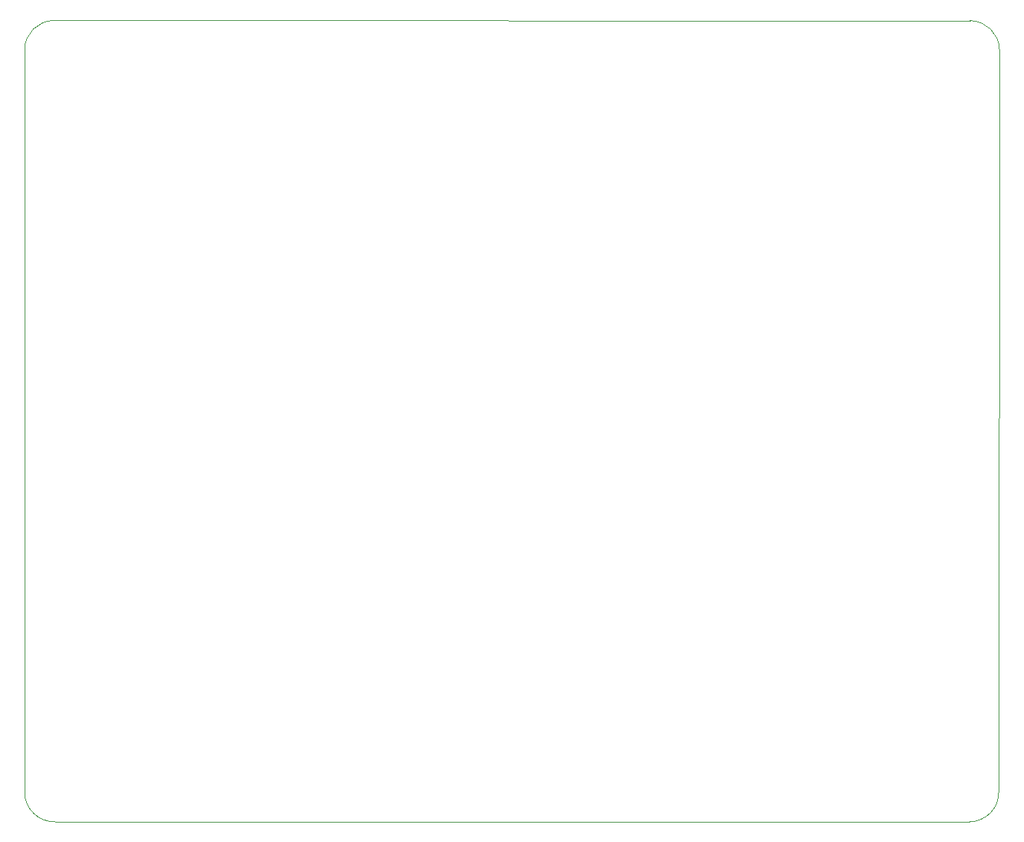
<source format=gbr>
%TF.GenerationSoftware,KiCad,Pcbnew,9.0.4*%
%TF.CreationDate,2025-09-07T12:41:53+05:30*%
%TF.ProjectId,STEREO  CLASS D AMP,53544552-454f-4202-9043-4c4153532044,rev?*%
%TF.SameCoordinates,Original*%
%TF.FileFunction,Profile,NP*%
%FSLAX46Y46*%
G04 Gerber Fmt 4.6, Leading zero omitted, Abs format (unit mm)*
G04 Created by KiCad (PCBNEW 9.0.4) date 2025-09-07 12:41:53*
%MOMM*%
%LPD*%
G01*
G04 APERTURE LIST*
%TA.AperFunction,Profile*%
%ADD10C,0.050000*%
%TD*%
G04 APERTURE END LIST*
D10*
X195160475Y-141664870D02*
X195240560Y-57543169D01*
X84571737Y-57521737D02*
G75*
G02*
X87911737Y-54181737I3339999J1D01*
G01*
X88052961Y-145143606D02*
G75*
G02*
X84574557Y-141778263I-111225J3365342D01*
G01*
X191830000Y-145143637D02*
X88052961Y-145143606D01*
X195160476Y-141664870D02*
G75*
G02*
X191830000Y-145143637I-3330475J-145131D01*
G01*
X191900560Y-54203169D02*
G75*
G02*
X195240560Y-57543169I0J-3340000D01*
G01*
X87911737Y-54181737D02*
X191900560Y-54203169D01*
X84574557Y-141778260D02*
X84571737Y-57521852D01*
M02*

</source>
